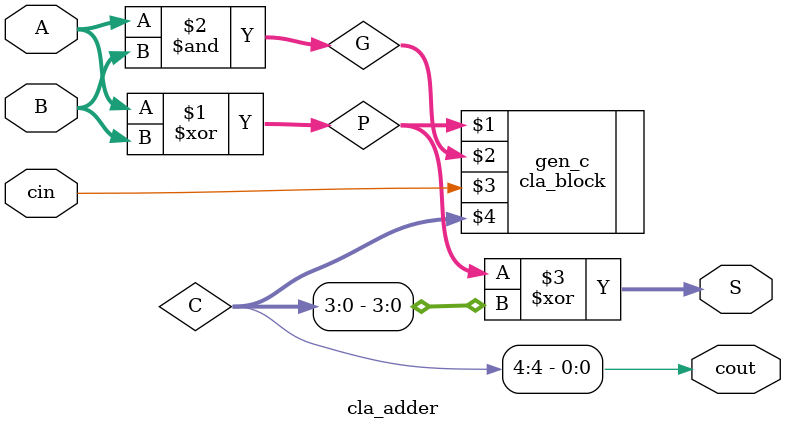
<source format=v>
module cla_adder
        (   input [3:0] A,B,
            input cin,
            output [3:0] S,
            output cout
            );
            
wire [3:0] P,G;
wire [4:0] C;   
    
//first level
assign P = A ^ B;
assign G = A & B;

//second level
cla_block gen_c(P,G,cin,C);

//third level
assign S = P ^ C[3:0];
assign cout = C[4];

endmodule


</source>
